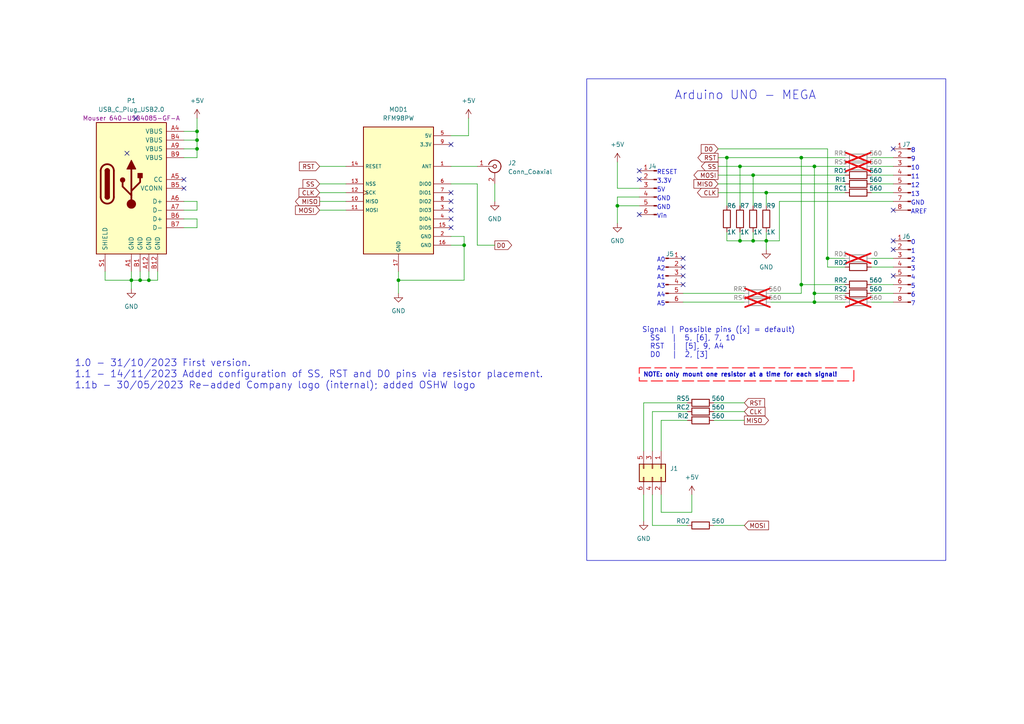
<source format=kicad_sch>
(kicad_sch (version 20231120) (generator "eeschema") (generator_version "8.0")
  (paper "A4")
  (title_block (title "ApogeoShield") (date "2023-11-14") (rev "1.1") (company "Apogeo Space") (comment 1 "By GiMMan"))
  (lib_symbols
    (symbol "Connector:Conn_01x06_Pin" (pin_names (offset 1.016) hide)
      (property "Reference" "J" (at 0 7.62 0))
      (property "Value" "Conn_01x06_Pin" (at 0 -10.16 0))
      (symbol "Conn_01x06_Pin_1_1"
        (polyline (pts (xy 1.27 -7.62) (xy 0.8636 -7.62)) (stroke (width 0.1524)))
        (polyline (pts (xy 1.27 -5.08) (xy 0.8636 -5.08)) (stroke (width 0.1524)))
        (polyline (pts (xy 1.27 -2.54) (xy 0.8636 -2.54)) (stroke (width 0.1524)))
        (polyline (pts (xy 1.27 0) (xy 0.8636 0)) (stroke (width 0.1524)))
        (polyline (pts (xy 1.27 2.54) (xy 0.8636 2.54)) (stroke (width 0.1524)))
        (polyline (pts (xy 1.27 5.08) (xy 0.8636 5.08)) (stroke (width 0.1524)))
        (rectangle (start 0.8636 -7.493) (end 0 -7.747) (stroke (width 0.1524)) (fill (type outline)))
        (rectangle (start 0.8636 -4.953) (end 0 -5.207) (stroke (width 0.1524)) (fill (type outline)))
        (rectangle (start 0.8636 -2.413) (end 0 -2.667) (stroke (width 0.1524)) (fill (type outline)))
        (rectangle (start 0.8636 0.127) (end 0 -0.127) (stroke (width 0.1524)) (fill (type outline)))
        (rectangle (start 0.8636 2.667) (end 0 2.413) (stroke (width 0.1524)) (fill (type outline)))
        (rectangle (start 0.8636 5.207) (end 0 4.953) (stroke (width 0.1524)) (fill (type outline)))
        (pin passive line (at 5.08 5.08 180) (length 3.81) (name "Pin_1") (number "1"))
        (pin passive line (at 5.08 2.54 180) (length 3.81) (name "Pin_2") (number "2"))
        (pin passive line (at 5.08 0 180) (length 3.81) (name "Pin_3") (number "3"))
        (pin passive line (at 5.08 -2.54 180) (length 3.81) (name "Pin_4") (number "4"))
        (pin passive line (at 5.08 -5.08 180) (length 3.81) (name "Pin_5") (number "5"))
        (pin passive line (at 5.08 -7.62 180) (length 3.81) (name "Pin_6") (number "6"))
      )
    )
    (symbol "Connector:Conn_01x08_Pin" (pin_names (offset 1.016) hide)
      (property "Reference" "J" (at 0 10.16 0))
      (property "Value" "Conn_01x08_Pin" (at 0 -12.7 0))
      (symbol "Conn_01x08_Pin_1_1"
        (polyline (pts (xy 1.27 -10.16) (xy 0.8636 -10.16)) (stroke (width 0.1524)))
        (polyline (pts (xy 1.27 -7.62) (xy 0.8636 -7.62)) (stroke (width 0.1524)))
        (polyline (pts (xy 1.27 -5.08) (xy 0.8636 -5.08)) (stroke (width 0.1524)))
        (polyline (pts (xy 1.27 -2.54) (xy 0.8636 -2.54)) (stroke (width 0.1524)))
        (polyline (pts (xy 1.27 0) (xy 0.8636 0)) (stroke (width 0.1524)))
        (polyline (pts (xy 1.27 2.54) (xy 0.8636 2.54)) (stroke (width 0.1524)))
        (polyline (pts (xy 1.27 5.08) (xy 0.8636 5.08)) (stroke (width 0.1524)))
        (polyline (pts (xy 1.27 7.62) (xy 0.8636 7.62)) (stroke (width 0.1524)))
        (rectangle (start 0.8636 -10.033) (end 0 -10.287) (stroke (width 0.1524)) (fill (type outline)))
        (rectangle (start 0.8636 -7.493) (end 0 -7.747) (stroke (width 0.1524)) (fill (type outline)))
        (rectangle (start 0.8636 -4.953) (end 0 -5.207) (stroke (width 0.1524)) (fill (type outline)))
        (rectangle (start 0.8636 -2.413) (end 0 -2.667) (stroke (width 0.1524)) (fill (type outline)))
        (rectangle (start 0.8636 0.127) (end 0 -0.127) (stroke (width 0.1524)) (fill (type outline)))
        (rectangle (start 0.8636 2.667) (end 0 2.413) (stroke (width 0.1524)) (fill (type outline)))
        (rectangle (start 0.8636 5.207) (end 0 4.953) (stroke (width 0.1524)) (fill (type outline)))
        (rectangle (start 0.8636 7.747) (end 0 7.493) (stroke (width 0.1524)) (fill (type outline)))
        (pin passive line (at 5.08 7.62 180) (length 3.81) (name "Pin_1") (number "1"))
        (pin passive line (at 5.08 5.08 180) (length 3.81) (name "Pin_2") (number "2"))
        (pin passive line (at 5.08 2.54 180) (length 3.81) (name "Pin_3") (number "3"))
        (pin passive line (at 5.08 0 180) (length 3.81) (name "Pin_4") (number "4"))
        (pin passive line (at 5.08 -2.54 180) (length 3.81) (name "Pin_5") (number "5"))
        (pin passive line (at 5.08 -5.08 180) (length 3.81) (name "Pin_6") (number "6"))
        (pin passive line (at 5.08 -7.62 180) (length 3.81) (name "Pin_7") (number "7"))
        (pin passive line (at 5.08 -10.16 180) (length 3.81) (name "Pin_8") (number "8"))
      )
    )
    (symbol "Connector:Conn_Coaxial" (pin_names (offset 1.016) hide)
      (property "Reference" "J" (at 0.254 3.048 0))
      (property "Value" "Conn_Coaxial" (at 2.921 0 90))
      (symbol "Conn_Coaxial_0_1"
        (arc (start -1.778 -0.508) (mid 0.2311 -1.8066) (end 1.778 0) (stroke (width 0.254)))
        (polyline (pts (xy -2.54 0) (xy -0.508 0)))
        (polyline (pts (xy 0 -2.54) (xy 0 -1.778)))
        (circle (center 0 0) (radius 0.508) (stroke (width 0.2032)))
        (arc (start 1.778 0) (mid 0.2099 1.8101) (end -1.778 0.508) (stroke (width 0.254)))
      )
      (symbol "Conn_Coaxial_1_1"
        (pin passive line (at -5.08 0 0) (length 2.54) (name "In") (number "1"))
        (pin passive line (at 0 -5.08 90) (length 2.54) (name "Ext") (number "2"))
      )
    )
    (symbol "Connector_Generic:Conn_02x03_Odd_Even" (pin_names (offset 1.016) hide)
      (property "Reference" "J" (at 1.27 5.08 0))
      (property "Value" "Conn_02x03_Odd_Even" (at 1.27 -5.08 0))
      (symbol "Conn_02x03_Odd_Even_1_1"
        (rectangle (start -1.27 -2.413) (end 0 -2.667) (stroke (width 0.1524)))
        (rectangle (start -1.27 0.127) (end 0 -0.127) (stroke (width 0.1524)))
        (rectangle (start -1.27 2.667) (end 0 2.413) (stroke (width 0.1524)))
        (rectangle (start -1.27 3.81) (end 3.81 -3.81) (stroke (width 0.254)) (fill (type background)))
        (rectangle (start 3.81 -2.413) (end 2.54 -2.667) (stroke (width 0.1524)))
        (rectangle (start 3.81 0.127) (end 2.54 -0.127) (stroke (width 0.1524)))
        (rectangle (start 3.81 2.667) (end 2.54 2.413) (stroke (width 0.1524)))
        (pin passive line (at -5.08 2.54 0) (length 3.81) (name "Pin_1") (number "1"))
        (pin passive line (at 7.62 2.54 180) (length 3.81) (name "Pin_2") (number "2"))
        (pin passive line (at -5.08 0 0) (length 3.81) (name "Pin_3") (number "3"))
        (pin passive line (at 7.62 0 180) (length 3.81) (name "Pin_4") (number "4"))
        (pin passive line (at -5.08 -2.54 0) (length 3.81) (name "Pin_5") (number "5"))
        (pin passive line (at 7.62 -2.54 180) (length 3.81) (name "Pin_6") (number "6"))
      )
    )
    (symbol "Device:R" (pin_numbers hide) (pin_names (offset 0))
      (property "Reference" "R" (at 2.032 0 90))
      (property "Value" "R" (at 0 0 90))
      (symbol "R_0_1"
        (rectangle (start -1.016 -2.54) (end 1.016 2.54) (stroke (width 0.254)))
      )
      (symbol "R_1_1"
        (pin passive line (at 0 3.81 270) (length 1.27) (name "~") (number "1"))
        (pin passive line (at 0 -3.81 90) (length 1.27) (name "~") (number "2"))
      )
    )
    (symbol "power:+5V" (power) (pin_names (offset 0))
      (property "Value" "+5V" (at 0 3.556 0))
      (symbol "+5V_0_1"
        (polyline (pts (xy -0.762 1.27) (xy 0 2.54)))
        (polyline (pts (xy 0 0) (xy 0 2.54)))
        (polyline (pts (xy 0 2.54) (xy 0.762 1.27)))
      )
      (symbol "+5V_1_1"
        (pin power_in line (at 0 0 90) (length 0) hide (name "+5V") (number "1"))
      )
    )
    (symbol "power:GND" (power) (pin_names (offset 0))
      (property "Value" "GND" (at 0 -3.81 0))
      (symbol "GND_0_1"
        (polyline (pts (xy 0 0) (xy 0 -1.27) (xy 1.27 -1.27) (xy 0 -2.54) (xy -1.27 -1.27) (xy 0 -1.27)))
      )
      (symbol "GND_1_1"
        (pin power_in line (at 0 0 270) (length 0) hide (name "GND") (number "1"))
      )
    )
    (symbol "rfm98pw:RFM98PW"
      (property "Reference" "MOD2" (at 10.16 38.1 0))
      (property "Value" "RFM98PW" (at 10.16 35.56 0))
      (symbol "RFM98PW_0_0"
        (rectangle (start 0 36.83) (end 20.32 0) (stroke (width 0.254)) (fill (type background)))
        (pin bidirectional line (at 25.4 25.4 180) (length 5.08) (name "ANT") (number "1"))
        (pin output line (at -5.08 15.24 0) (length 5.08) (name "MISO") (number "10"))
        (pin input line (at -5.08 12.7 0) (length 5.08) (name "MOSI") (number "11"))
        (pin input clock (at -5.08 17.78 0) (length 5.08) (name "SCK") (number "12"))
        (pin input line (at -5.08 20.32 0) (length 5.08) (name "NSS") (number "13"))
        (pin bidirectional line (at -5.08 25.4 0) (length 5.08) (name "RESET") (number "14"))
        (pin bidirectional line (at 25.4 7.62 180) (length 5.08) (name "DIO5") (number "15"))
        (pin power_in line (at 25.4 2.54 180) (length 5.08) (name "GND") (number "16"))
        (pin power_in line (at 10.16 -5.08 90) (length 5.08) (name "GND") (number "17"))
        (pin power_in line (at 25.4 5.08 180) (length 5.08) (name "GND") (number "2"))
        (pin bidirectional line (at 25.4 12.7 180) (length 5.08) (name "DIO3") (number "3"))
        (pin bidirectional line (at 25.4 10.16 180) (length 5.08) (name "DIO4") (number "4"))
        (pin power_in line (at 25.4 34.29 180) (length 5.08) (name "5V") (number "5"))
        (pin bidirectional line (at 25.4 20.32 180) (length 5.08) (name "DIO0") (number "6"))
        (pin bidirectional line (at 25.4 17.78 180) (length 5.08) (name "DIO1") (number "7"))
        (pin bidirectional line (at 25.4 15.24 180) (length 5.08) (name "DIO2") (number "8"))
        (pin power_out line (at 25.4 31.75 180) (length 5.08) (name "3.3V") (number "9"))
      )
    )
    (symbol "usb_c_plug_usb2.0:USB_C_Plug_USB2.0" (pin_names (offset 1.016))
      (property "Reference" "P" (at -10.16 19.05 0))
      (property "Value" "USB_C_Plug_USB2.0" (at 12.7 19.05 0))
      (symbol "USB_C_Plug_USB2.0_0_1"
        (rectangle (start -10.16 17.78) (end 10.16 -20.32) (stroke (width 0.254)) (fill (type background)))
        (arc (start -8.89 -3.81) (mid -6.985 -5.7067) (end -5.08 -3.81) (stroke (width 0.508)))
        (arc (start -7.62 -3.81) (mid -6.985 -4.4423) (end -6.35 -3.81) (stroke (width 0.254)))
        (arc (start -7.62 -3.81) (mid -6.985 -4.4423) (end -6.35 -3.81) (stroke (width 0.254)) (fill (type outline)))
        (rectangle (start -7.62 -3.81) (end -6.35 3.81) (stroke (width 0.254)) (fill (type outline)))
        (arc (start -6.35 3.81) (mid -6.985 4.4423) (end -7.62 3.81) (stroke (width 0.254)))
        (arc (start -6.35 3.81) (mid -6.985 4.4423) (end -7.62 3.81) (stroke (width 0.254)) (fill (type outline)))
        (arc (start -5.08 3.81) (mid -6.985 5.7067) (end -8.89 3.81) (stroke (width 0.508)))
        (circle (center -2.54 1.143) (radius 0.635) (stroke (width 0.254)) (fill (type outline)))
        (circle (center 0 -5.842) (radius 1.27) (fill (type outline)))
        (polyline (pts (xy -8.89 -3.81) (xy -8.89 3.81)) (stroke (width 0.508)))
        (polyline (pts (xy -5.08 3.81) (xy -5.08 -3.81)) (stroke (width 0.508)))
        (polyline (pts (xy 0 -5.842) (xy 0 4.318)) (stroke (width 0.508)))
        (polyline (pts (xy 0 -3.302) (xy -2.54 -0.762) (xy -2.54 0.508)) (stroke (width 0.508)))
        (polyline (pts (xy 0 -2.032) (xy 2.54 0.508) (xy 2.54 1.778)) (stroke (width 0.508)))
        (polyline (pts (xy -1.27 4.318) (xy 0 6.858) (xy 1.27 4.318) (xy -1.27 4.318)) (stroke (width 0.254)) (fill (type outline)))
        (rectangle (start 1.905 1.778) (end 3.175 3.048) (stroke (width 0.254)) (fill (type outline)))
      )
      (symbol "USB_C_Plug_USB2.0_1_1"
        (pin passive line (at 0 -25.4 90) (length 5.08) (name "GND") (number "A1"))
        (pin passive line (at 5.08 -25.4 90) (length 5.08) (name "GND") (number "A12"))
        (pin passive line (at 15.24 15.24 180) (length 5.08) (name "VBUS") (number "A4"))
        (pin bidirectional line (at 15.24 1.27 180) (length 5.08) (name "CC") (number "A5"))
        (pin bidirectional line (at 15.24 -5.08 180) (length 5.08) (name "D+") (number "A6"))
        (pin bidirectional line (at 15.24 -7.62 180) (length 5.08) (name "D-") (number "A7"))
        (pin passive line (at 15.24 10.16 180) (length 5.08) (name "VBUS") (number "A9"))
        (pin passive line (at 2.54 -25.4 90) (length 5.08) (name "GND") (number "B1"))
        (pin passive line (at 7.62 -25.4 90) (length 5.08) (name "GND") (number "B12"))
        (pin passive line (at 15.24 12.7 180) (length 5.08) (name "VBUS") (number "B4"))
        (pin bidirectional line (at 15.24 -1.27 180) (length 5.08) (name "VCONN") (number "B5"))
        (pin bidirectional line (at 15.24 -10.16 180) (length 5.08) (name "D+") (number "B6"))
        (pin bidirectional line (at 15.24 -12.7 180) (length 5.08) (name "D-") (number "B7"))
        (pin passive line (at 15.24 7.62 180) (length 5.08) (name "VBUS") (number "B9"))
        (pin passive line (at -7.62 -25.4 90) (length 5.08) (name "SHIELD") (number "S1"))
      )
    )
  )
  (junction (at 214.63 69.85))
  (junction (at 232.41 45.72))
  (junction (at 232.41 82.55))
  (junction (at 236.22 85.09))
  (junction (at 38.1 81.28))
  (junction (at 236.22 87.63))
  (junction (at 222.25 55.88))
  (junction (at 40.64 81.28))
  (junction (at 210.82 45.72))
  (junction (at 218.44 50.8))
  (junction (at 240.03 74.93))
  (junction (at 214.63 48.26))
  (junction (at 115.57 81.28))
  (junction (at 134.62 71.12))
  (junction (at 57.15 38.1))
  (junction (at 222.25 69.85))
  (junction (at 57.15 43.18))
  (junction (at 57.15 40.64))
  (junction (at 179.07 59.69))
  (junction (at 43.18 81.28))
  (junction (at 236.22 48.26))
  (junction (at 218.44 69.85))
  (no_connect (at 130.81 60.96))
  (no_connect (at 39.37 34.29))
  (no_connect (at 198.12 82.55))
  (no_connect (at 130.81 63.5))
  (no_connect (at 36.83 44.45))
  (no_connect (at 259.08 43.18))
  (no_connect (at 259.08 72.39))
  (no_connect (at 259.08 60.96))
  (no_connect (at 130.81 55.88))
  (no_connect (at 198.12 80.01))
  (no_connect (at 185.42 49.53))
  (no_connect (at 259.08 80.01))
  (no_connect (at 130.81 58.42))
  (no_connect (at 130.81 41.91))
  (no_connect (at 185.42 52.07))
  (no_connect (at 198.12 74.93))
  (no_connect (at 130.81 66.04))
  (no_connect (at 259.08 69.85))
  (no_connect (at 53.34 52.07))
  (no_connect (at 185.42 62.23))
  (no_connect (at 198.12 77.47))
  (no_connect (at 53.34 54.61))
  (wire (pts (xy 57.15 63.5) (xy 57.15 66.04)))
  (wire (pts (xy 92.71 60.96) (xy 100.33 60.96)))
  (wire (pts (xy 210.82 69.85) (xy 210.82 67.31)))
  (wire (pts (xy 92.71 48.26) (xy 100.33 48.26)))
  (wire (pts (xy 218.44 50.8) (xy 245.11 50.8)))
  (wire (pts (xy 134.62 81.28) (xy 134.62 71.12)))
  (wire (pts (xy 186.69 116.84) (xy 186.69 130.81)))
  (wire (pts (xy 232.41 45.72) (xy 232.41 82.55)))
  (wire (pts (xy 207.01 152.4) (xy 215.9 152.4)))
  (wire (pts (xy 223.52 85.09) (xy 232.41 85.09)))
  (wire (pts (xy 252.73 87.63) (xy 259.08 87.63)))
  (wire (pts (xy 57.15 60.96) (xy 53.34 60.96)))
  (wire (pts (xy 191.77 143.51) (xy 191.77 148.59)))
  (wire (pts (xy 232.41 82.55) (xy 232.41 85.09)))
  (wire (pts (xy 53.34 43.18) (xy 57.15 43.18)))
  (wire (pts (xy 53.34 58.42) (xy 57.15 58.42)))
  (wire (pts (xy 38.1 81.28) (xy 38.1 83.82)))
  (wire (pts (xy 53.34 38.1) (xy 57.15 38.1)))
  (wire (pts (xy 218.44 67.31) (xy 218.44 69.85)))
  (wire (pts (xy 207.01 121.92) (xy 215.9 121.92)))
  (wire (pts (xy 189.23 119.38) (xy 189.23 130.81)))
  (wire (pts (xy 226.06 69.85) (xy 222.25 69.85)))
  (wire (pts (xy 252.73 53.34) (xy 259.08 53.34)))
  (wire (pts (xy 214.63 67.31) (xy 214.63 69.85)))
  (wire (pts (xy 179.07 59.69) (xy 179.07 64.77)))
  (wire (pts (xy 208.28 53.34) (xy 245.11 53.34)))
  (wire (pts (xy 179.07 59.69) (xy 185.42 59.69)))
  (wire (pts (xy 210.82 45.72) (xy 210.82 59.69)))
  (wire (pts (xy 43.18 81.28) (xy 45.72 81.28)))
  (wire (pts (xy 38.1 78.74) (xy 38.1 81.28)))
  (wire (pts (xy 53.34 45.72) (xy 57.15 45.72)))
  (wire (pts (xy 252.73 74.93) (xy 259.08 74.93)))
  (wire (pts (xy 207.01 116.84) (xy 215.9 116.84)))
  (wire (pts (xy 53.34 63.5) (xy 57.15 63.5)))
  (wire (pts (xy 40.64 81.28) (xy 40.64 78.74)))
  (wire (pts (xy 115.57 81.28) (xy 115.57 85.09)))
  (wire (pts (xy 240.03 74.93) (xy 240.03 77.47)))
  (wire (pts (xy 40.64 81.28) (xy 43.18 81.28)))
  (wire (pts (xy 115.57 78.74) (xy 115.57 81.28)))
  (wire (pts (xy 214.63 48.26) (xy 214.63 59.69)))
  (wire (pts (xy 115.57 81.28) (xy 134.62 81.28)))
  (wire (pts (xy 57.15 43.18) (xy 57.15 40.64)))
  (wire (pts (xy 130.81 53.34) (xy 138.43 53.34)))
  (wire (pts (xy 57.15 38.1) (xy 57.15 34.29)))
  (wire (pts (xy 236.22 85.09) (xy 245.11 85.09)))
  (wire (pts (xy 222.25 69.85) (xy 222.25 72.39)))
  (wire (pts (xy 191.77 148.59) (xy 200.66 148.59)))
  (wire (pts (xy 236.22 87.63) (xy 245.11 87.63)))
  (wire (pts (xy 252.73 45.72) (xy 259.08 45.72)))
  (wire (pts (xy 210.82 45.72) (xy 232.41 45.72)))
  (wire (pts (xy 236.22 85.09) (xy 236.22 87.63)))
  (wire (pts (xy 38.1 81.28) (xy 40.64 81.28)))
  (wire (pts (xy 232.41 45.72) (xy 245.11 45.72)))
  (wire (pts (xy 57.15 40.64) (xy 57.15 38.1)))
  (wire (pts (xy 135.89 39.37) (xy 130.81 39.37)))
  (wire (pts (xy 191.77 130.81) (xy 191.77 121.92)))
  (wire (pts (xy 185.42 54.61) (xy 179.07 54.61)))
  (wire (pts (xy 57.15 66.04) (xy 53.34 66.04)))
  (wire (pts (xy 130.81 48.26) (xy 138.43 48.26)))
  (wire (pts (xy 186.69 143.51) (xy 186.69 151.13)))
  (wire (pts (xy 240.03 74.93) (xy 245.11 74.93)))
  (wire (pts (xy 199.39 116.84) (xy 186.69 116.84)))
  (wire (pts (xy 240.03 43.18) (xy 240.03 74.93)))
  (wire (pts (xy 179.07 57.15) (xy 179.07 59.69)))
  (wire (pts (xy 199.39 119.38) (xy 189.23 119.38)))
  (wire (pts (xy 208.28 48.26) (xy 214.63 48.26)))
  (wire (pts (xy 207.01 119.38) (xy 215.9 119.38)))
  (wire (pts (xy 53.34 40.64) (xy 57.15 40.64)))
  (wire (pts (xy 43.18 81.28) (xy 43.18 78.74)))
  (wire (pts (xy 45.72 81.28) (xy 45.72 78.74)))
  (wire (pts (xy 200.66 148.59) (xy 200.66 143.51)))
  (wire (pts (xy 252.73 82.55) (xy 259.08 82.55)))
  (wire (pts (xy 252.73 77.47) (xy 259.08 77.47)))
  (wire (pts (xy 236.22 48.26) (xy 236.22 85.09)))
  (wire (pts (xy 252.73 85.09) (xy 259.08 85.09)))
  (wire (pts (xy 57.15 45.72) (xy 57.15 43.18)))
  (wire (pts (xy 252.73 50.8) (xy 259.08 50.8)))
  (wire (pts (xy 38.1 81.28) (xy 30.48 81.28)))
  (wire (pts (xy 198.12 87.63) (xy 215.9 87.63)))
  (wire (pts (xy 208.28 43.18) (xy 240.03 43.18)))
  (wire (pts (xy 189.23 152.4) (xy 199.39 152.4)))
  (wire (pts (xy 236.22 48.26) (xy 245.11 48.26)))
  (wire (pts (xy 222.25 69.85) (xy 218.44 69.85)))
  (wire (pts (xy 92.71 55.88) (xy 100.33 55.88)))
  (wire (pts (xy 222.25 55.88) (xy 222.25 59.69)))
  (wire (pts (xy 214.63 69.85) (xy 218.44 69.85)))
  (wire (pts (xy 57.15 58.42) (xy 57.15 60.96)))
  (wire (pts (xy 138.43 53.34) (xy 138.43 71.12)))
  (wire (pts (xy 226.06 58.42) (xy 226.06 69.85)))
  (wire (pts (xy 143.51 53.34) (xy 143.51 58.42)))
  (wire (pts (xy 179.07 54.61) (xy 179.07 46.99)))
  (wire (pts (xy 191.77 121.92) (xy 199.39 121.92)))
  (wire (pts (xy 214.63 48.26) (xy 236.22 48.26)))
  (wire (pts (xy 134.62 68.58) (xy 134.62 71.12)))
  (wire (pts (xy 135.89 34.29) (xy 135.89 39.37)))
  (wire (pts (xy 245.11 77.47) (xy 240.03 77.47)))
  (wire (pts (xy 223.52 87.63) (xy 236.22 87.63)))
  (wire (pts (xy 252.73 55.88) (xy 259.08 55.88)))
  (wire (pts (xy 208.28 50.8) (xy 218.44 50.8)))
  (wire (pts (xy 210.82 69.85) (xy 214.63 69.85)))
  (wire (pts (xy 189.23 143.51) (xy 189.23 152.4)))
  (wire (pts (xy 92.71 58.42) (xy 100.33 58.42)))
  (wire (pts (xy 232.41 82.55) (xy 245.11 82.55)))
  (wire (pts (xy 92.71 53.34) (xy 100.33 53.34)))
  (wire (pts (xy 208.28 55.88) (xy 222.25 55.88)))
  (wire (pts (xy 226.06 58.42) (xy 259.08 58.42)))
  (wire (pts (xy 218.44 50.8) (xy 218.44 59.69)))
  (wire (pts (xy 185.42 57.15) (xy 179.07 57.15)))
  (wire (pts (xy 222.25 67.31) (xy 222.25 69.85)))
  (wire (pts (xy 130.81 68.58) (xy 134.62 68.58)))
  (wire (pts (xy 208.28 45.72) (xy 210.82 45.72)))
  (wire (pts (xy 198.12 85.09) (xy 215.9 85.09)))
  (wire (pts (xy 134.62 71.12) (xy 130.81 71.12)))
  (wire (pts (xy 138.43 71.12) (xy 143.51 71.12)))
  (wire (pts (xy 30.48 81.28) (xy 30.48 78.74)))
  (wire (pts (xy 252.73 48.26) (xy 259.08 48.26)))
  (wire (pts (xy 222.25 55.88) (xy 245.11 55.88)))
  (rectangle (start 170.18 22.86) (end 274.32 162.56))
  (text_box "NOTE: only mount one resistor at a time for each signal!" (at 185.42 106.68 0) (size 62.23 3.81) (stroke (width 0.3) (type dash) (color 255 44 53 1)) (effects (font (size 1.27 1.27) (thickness 0.254) (bold yes)) (justify left top)))
  (text "5V" (at 190.5 55.88 0) (effects (font (size 1.27 1.27)) (justify left bottom)))
  (text "A5" (at 190.5 88.9 0) (effects (font (size 1.27 1.27)) (justify left bottom)))
  (text "0" (at 264.16 71.12 0) (effects (font (size 1.27 1.27)) (justify left bottom)))
  (text "Vin" (at 190.5 63.5 0) (effects (font (size 1.27 1.27)) (justify left bottom)))
  (text "13" (at 264.16 57.15 0) (effects (font (size 1.27 1.27)) (justify left bottom)))
  (text "1" (at 264.16 73.66 0) (effects (font (size 1.27 1.27)) (justify left bottom)))
  (text "3.3V" (at 190.5 53.34 0) (effects (font (size 1.27 1.27)) (justify left bottom)))
  (text "A1" (at 190.5 81.28 0) (effects (font (size 1.27 1.27)) (justify left bottom)))
  (text "Arduino UNO - MEGA" (at 195.58 29.21 0) (effects (font (size 2.54 2.54)) (justify left bottom)))
  (text "A3" (at 190.5 83.82 0) (effects (font (size 1.27 1.27)) (justify left bottom)))
  (text "7" (at 264.16 88.9 0) (effects (font (size 1.27 1.27)) (justify left bottom)))
  (text "5" (at 264.16 83.82 0) (effects (font (size 1.27 1.27)) (justify left bottom)))
  (text "GND" (at 190.5 58.42 0) (effects (font (size 1.27 1.27)) (justify left bottom)))
  (text "A4" (at 190.5 86.36 0) (effects (font (size 1.27 1.27)) (justify left bottom)))
  (text "Signal | Possible pins ([x] = default)\n  SS   |  5, [6], 7, 10\n  RST  |  [5], 9, A4\n  D0   |  2, [3]" (at 186.182 103.886 0) (effects (font (size 1.5 1.5)) (justify left bottom)))
  (text "RESET" (at 190.5 50.8 0) (effects (font (size 1.27 1.27)) (justify left bottom)))
  (text "8" (at 264.16 44.45 0) (effects (font (size 1.27 1.27)) (justify left bottom)))
  (text "A0" (at 190.5 76.2 0) (effects (font (size 1.27 1.27)) (justify left bottom)))
  (text "GND" (at 264.16 59.69 0) (effects (font (size 1.27 1.27)) (justify left bottom)))
  (text "12" (at 264.16 54.61 0) (effects (font (size 1.27 1.27)) (justify left bottom)))
  (text "3" (at 264.16 78.74 0) (effects (font (size 1.27 1.27)) (justify left bottom)))
  (text "2" (at 264.16 76.2 0) (effects (font (size 1.27 1.27)) (justify left bottom)))
  (text "11" (at 264.16 52.07 0) (effects (font (size 1.27 1.27)) (justify left bottom)))
  (text "9" (at 264.16 46.99 0) (effects (font (size 1.27 1.27)) (justify left bottom)))
  (text "4" (at 264.16 81.28 0) (effects (font (size 1.27 1.27)) (justify left bottom)))
  (text "10" (at 264.16 49.53 0) (effects (font (size 1.27 1.27)) (justify left bottom)))
  (text "A2" (at 190.5 78.74 0) (effects (font (size 1.27 1.27)) (justify left bottom)))
  (text "AREF\n" (at 264.16 62.23 0) (effects (font (size 1.27 1.27)) (justify left bottom)))
  (text "GND" (at 190.5 60.96 0) (effects (font (size 1.27 1.27)) (justify left bottom)))
  (text "1.0 - 31/10/2023 First version.\n1.1 - 14/11/2023 Added configuration of SS, RST and D0 pins via resistor placement.\n1.1b - 30/05/2023 Re-added Company logo (internal); added OSHW logo" (at 21.59 113.03 0) (effects (font (size 2 2)) (justify left bottom)))
  (text "6" (at 264.16 86.36 0) (effects (font (size 1.27 1.27)) (justify left bottom)))
  (global_label "RST" (shape output) (at 208.28 45.72 180) (property "Intersheetrefs" "${INTERSHEET_REFS}" (effects (hide yes))))
  (global_label "RST" (shape input) (at 92.71 48.26 180) (property "Intersheetrefs" "${INTERSHEET_REFS}" (effects (hide yes))))
  (global_label "MISO" (shape input) (at 208.28 53.34 180) (property "Intersheetrefs" "${INTERSHEET_REFS}" (effects (hide yes))))
  (global_label "CLK" (shape input) (at 215.9 119.38 0) (property "Intersheetrefs" "${INTERSHEET_REFS}" (effects (hide yes))))
  (global_label "RST" (shape input) (at 215.9 116.84 0) (property "Intersheetrefs" "${INTERSHEET_REFS}" (effects (hide yes))))
  (global_label "SS" (shape output) (at 208.28 48.26 180) (property "Intersheetrefs" "${INTERSHEET_REFS}" (effects (hide yes))))
  (global_label "CLK" (shape output) (at 208.28 55.88 180) (property "Intersheetrefs" "${INTERSHEET_REFS}" (effects (hide yes))))
  (global_label "CLK" (shape input) (at 92.71 55.88 180) (property "Intersheetrefs" "${INTERSHEET_REFS}" (effects (hide yes))))
  (global_label "MOSI" (shape input) (at 92.71 60.96 180) (property "Intersheetrefs" "${INTERSHEET_REFS}" (effects (hide yes))))
  (global_label "MOSI" (shape input) (at 215.9 152.4 0) (property "Intersheetrefs" "${INTERSHEET_REFS}" (effects (hide yes))))
  (global_label "D0" (shape output) (at 143.51 71.12 0) (property "Intersheetrefs" "${INTERSHEET_REFS}" (effects (hide yes))))
  (global_label "D0" (shape input) (at 208.28 43.18 180) (property "Intersheetrefs" "${INTERSHEET_REFS}" (effects (hide yes))))
  (global_label "MISO" (shape output) (at 92.71 58.42 180) (property "Intersheetrefs" "${INTERSHEET_REFS}" (effects (hide yes))))
  (global_label "MISO" (shape output) (at 215.9 121.92 0) (property "Intersheetrefs" "${INTERSHEET_REFS}" (effects (hide yes))))
  (global_label "SS" (shape input) (at 92.71 53.34 180) (property "Intersheetrefs" "${INTERSHEET_REFS}" (effects (hide yes))))
  (global_label "MOSI" (shape output) (at 208.28 50.8 180) (property "Intersheetrefs" "${INTERSHEET_REFS}" (effects (hide yes))))
  (symbol (lib_id "power:+5V") (at 200.66 143.51 0) (unit 1)
    (property "Reference" "#PWR03" (effects (hide yes)))
    (property "Value" "+5V" (at 200.66 138.43 0))
  )
  (symbol (lib_id "Device:R") (at 219.71 87.63 90) (unit 1) (in_bom no) (dnp yes)
    (property "Reference" "RS4" (at 214.63 86.36 90))
    (property "Value" "560" (at 224.79 86.36 90))
    (property "Footprint" "Resistor_SMD:R_1206_3216Metric_Pad1.30x1.75mm_HandSolder" (effects (hide yes)))
  )
  (symbol (lib_id "Device:R") (at 248.92 82.55 90) (unit 1)
    (property "Reference" "RR2" (at 243.84 81.28 90))
    (property "Value" "560" (at 254 81.28 90))
    (property "Footprint" "Resistor_SMD:R_1206_3216Metric_Pad1.30x1.75mm_HandSolder" (effects (hide yes)))
  )
  (symbol (lib_id "Device:R") (at 203.2 121.92 90) (unit 1)
    (property "Reference" "RI2" (at 198.12 120.65 90))
    (property "Value" "560" (at 208.28 120.65 90))
    (property "Footprint" "Resistor_SMD:R_1206_3216Metric_Pad1.30x1.75mm_HandSolder" (effects (hide yes)))
  )
  (symbol (lib_id "power:+5V") (at 135.89 34.29 0) (unit 1)
    (property "Reference" "#PWR06" (effects (hide yes)))
    (property "Value" "+5V" (at 135.89 29.21 0))
  )
  (symbol (lib_id "Device:R") (at 210.82 63.5 0) (unit 1)
    (property "Reference" "R6" (at 210.82 59.69 0) (effects (justify left)))
    (property "Value" "1K" (at 210.82 67.31 0) (effects (justify left)))
    (property "Footprint" "Resistor_SMD:R_1206_3216Metric_Pad1.30x1.75mm_HandSolder" (effects (hide yes)))
  )
  (symbol (lib_id "Device:R") (at 203.2 152.4 90) (unit 1)
    (property "Reference" "RO2" (at 198.12 151.13 90))
    (property "Value" "560" (at 208.28 151.13 90))
    (property "Footprint" "Resistor_SMD:R_1206_3216Metric_Pad1.30x1.75mm_HandSolder" (effects (hide yes)))
  )
  (symbol (lib_id "power:GND") (at 179.07 64.77 0) (unit 1)
    (property "Reference" "#PWR08" (effects (hide yes)))
    (property "Value" "GND" (at 179.07 69.85 0))
  )
  (symbol (lib_id "Connector:Conn_01x08_Pin") (at 264.16 50.8 0) (mirror y) (unit 1)
    (property "Reference" "J7" (at 262.89 41.91 0))
    (property "Value" "Conn_01x08_Pin" (effects (hide yes)))
    (property "Footprint" "Connector_PinHeader_2.54mm:PinHeader_1x08_P2.54mm_Vertical" (effects (hide yes)))
  )
  (symbol (lib_id "rfm98pw:RFM98PW") (at 105.41 73.66 0) (unit 1)
    (property "Reference" "MOD1" (at 115.57 31.75 0))
    (property "Value" "RFM98PW" (at 115.57 34.29 0))
    (property "Footprint" "Acies:XCVR_RFM98PW" (effects (hide yes)))
  )
  (symbol (lib_id "Device:R") (at 248.92 55.88 270) (unit 1)
    (property "Reference" "RC1" (at 243.84 54.61 90))
    (property "Value" "560" (at 254 54.61 90))
    (property "Footprint" "Resistor_SMD:R_1206_3216Metric_Pad1.30x1.75mm_HandSolder" (effects (hide yes)))
  )
  (symbol (lib_id "Device:R") (at 214.63 63.5 0) (unit 1)
    (property "Reference" "R7" (at 214.63 59.69 0) (effects (justify left)))
    (property "Value" "1K" (at 214.63 67.31 0) (effects (justify left)))
    (property "Footprint" "Resistor_SMD:R_1206_3216Metric_Pad1.30x1.75mm_HandSolder" (effects (hide yes)))
  )
  (symbol (lib_id "power:GND") (at 115.57 85.09 0) (unit 1)
    (property "Reference" "#PWR05" (effects (hide yes)))
    (property "Value" "GND" (at 115.57 90.17 0))
  )
  (symbol (lib_id "Device:R") (at 248.92 85.09 90) (unit 1)
    (property "Reference" "RS2" (at 243.84 83.82 90))
    (property "Value" "560" (at 254 83.82 90))
    (property "Footprint" "Resistor_SMD:R_1206_3216Metric_Pad1.30x1.75mm_HandSolder" (effects (hide yes)))
  )
  (symbol (lib_id "power:GND") (at 222.25 72.39 0) (unit 1)
    (property "Reference" "#PWR010" (effects (hide yes)))
    (property "Value" "GND" (at 222.25 77.47 0))
  )
  (symbol (lib_id "Device:R") (at 248.92 50.8 90) (unit 1)
    (property "Reference" "RO1" (at 243.84 49.53 90))
    (property "Value" "560" (at 254 49.53 90))
    (property "Footprint" "Resistor_SMD:R_1206_3216Metric_Pad1.30x1.75mm_HandSolder" (effects (hide yes)))
  )
  (symbol (lib_id "power:GND") (at 143.51 58.42 0) (unit 1)
    (property "Reference" "#PWR07" (effects (hide yes)))
    (property "Value" "GND" (at 143.51 63.5 0))
  )
  (symbol (lib_id "Device:R") (at 248.92 48.26 90) (unit 1) (in_bom no) (dnp yes)
    (property "Reference" "RS1" (at 243.84 46.99 90))
    (property "Value" "560" (at 254 46.99 90))
    (property "Footprint" "Resistor_SMD:R_1206_3216Metric_Pad1.30x1.75mm_HandSolder" (effects (hide yes)))
  )
  (symbol (lib_id "Device:R") (at 219.71 85.09 90) (unit 1) (in_bom no) (dnp yes)
    (property "Reference" "RR3" (at 214.63 83.82 90))
    (property "Value" "560" (at 224.79 83.82 90))
    (property "Footprint" "Resistor_SMD:R_1206_3216Metric_Pad1.30x1.75mm_HandSolder" (effects (hide yes)))
  )
  (symbol (lib_id "power:+5V") (at 57.15 34.29 0) (unit 1)
    (property "Reference" "#PWR01" (effects (hide yes)))
    (property "Value" "+5V" (at 57.15 29.21 0))
  )
  (symbol (lib_id "Device:R") (at 203.2 116.84 90) (unit 1)
    (property "Reference" "RS5" (at 198.12 115.57 90))
    (property "Value" "560" (at 208.28 115.57 90))
    (property "Footprint" "Resistor_SMD:R_1206_3216Metric_Pad1.30x1.75mm_HandSolder" (effects (hide yes)))
  )
  (symbol (lib_id "Device:R") (at 203.2 119.38 270) (unit 1)
    (property "Reference" "RC2" (at 198.12 118.11 90))
    (property "Value" "560" (at 208.28 118.11 90))
    (property "Footprint" "Resistor_SMD:R_1206_3216Metric_Pad1.30x1.75mm_HandSolder" (effects (hide yes)))
  )
  (symbol (lib_id "Device:R") (at 248.92 53.34 90) (unit 1)
    (property "Reference" "RI1" (at 243.84 52.07 90))
    (property "Value" "560" (at 254 52.07 90))
    (property "Footprint" "Resistor_SMD:R_1206_3216Metric_Pad1.30x1.75mm_HandSolder" (effects (hide yes)))
  )
  (symbol (lib_id "Connector_Generic:Conn_02x03_Odd_Even") (at 189.23 135.89 270) (unit 1)
    (property "Reference" "J1" (at 194.31 135.89 90) (effects (justify left)))
    (property "Value" "Conn_02x03_Odd_Even" (effects (hide yes)))
    (property "Footprint" "Connector_PinHeader_2.54mm:PinHeader_2x03_P2.54mm_Vertical" (effects (hide yes)))
  )
  (symbol (lib_id "Device:R") (at 222.25 63.5 0) (unit 1)
    (property "Reference" "R9" (at 222.25 59.69 0) (effects (justify left)))
    (property "Value" "1K" (at 222.25 67.31 0) (effects (justify left)))
    (property "Footprint" "Resistor_SMD:R_1206_3216Metric_Pad1.30x1.75mm_HandSolder" (effects (hide yes)))
  )
  (symbol (lib_id "Connector:Conn_01x06_Pin") (at 193.04 80.01 0) (unit 1)
    (property "Reference" "J5" (at 194.31 73.66 0))
    (property "Value" "Conn_01x06_Pin" (effects (hide yes)))
    (property "Footprint" "Connector_PinHeader_2.54mm:PinHeader_1x06_P2.54mm_Vertical" (effects (hide yes)))
  )
  (symbol (lib_id "Connector:Conn_Coaxial") (at 143.51 48.26 0) (unit 1)
    (property "Reference" "J2" (at 147.32 47.2832 0) (effects (justify left)))
    (property "Value" "Conn_Coaxial" (at 147.32 49.8232 0) (effects (justify left)))
    (property "Footprint" "Amphenol:SMA_Amphenol_901-143_Horizontal" (effects (hide yes)))
    (property "Datasheet" " ~" (effects (hide yes)))
  )
  (symbol (lib_id "usb_c_plug_usb2.0:USB_C_Plug_USB2.0") (at 38.1 53.34 0) (unit 1)
    (property "Reference" "P1" (at 38.1 29.21 0))
    (property "Value" "USB_C_Plug_USB2.0" (at 38.1 31.75 0))
    (property "Footprint" "Connettori_P:USB_C_Receptacle_GCT_USB4085" (effects (hide yes)))
    (property "Datasheet" "https://www.usb.org/sites/default/files/documents/usb_type-c.zip" (effects (hide yes)))
    (property "Description" "Mouser 640-USB4085-GF-A" (at 38.1 34.29 0))
  )
  (symbol (lib_id "Device:R") (at 248.92 45.72 90) (unit 1) (in_bom no) (dnp yes)
    (property "Reference" "RR1" (at 243.84 44.45 90))
    (property "Value" "560" (at 254 44.45 90))
    (property "Footprint" "Resistor_SMD:R_1206_3216Metric_Pad1.30x1.75mm_HandSolder" (effects (hide yes)))
  )
  (symbol (lib_id "power:GND") (at 186.69 151.13 0) (unit 1)
    (property "Reference" "#PWR04" (effects (hide yes)))
    (property "Value" "GND" (at 186.69 156.21 0))
  )
  (symbol (lib_id "power:GND") (at 38.1 83.82 0) (unit 1)
    (property "Reference" "#PWR02" (effects (hide yes)))
    (property "Value" "GND" (at 38.1 88.9 0))
  )
  (symbol (lib_id "Device:R") (at 248.92 74.93 90) (unit 1) (in_bom no) (dnp yes)
    (property "Reference" "RD1" (at 243.84 73.66 90))
    (property "Value" "0" (at 254 73.66 90))
    (property "Footprint" "Resistor_SMD:R_1206_3216Metric_Pad1.30x1.75mm_HandSolder" (effects (hide yes)))
  )
  (symbol (lib_id "Device:R") (at 248.92 87.63 90) (unit 1) (in_bom no) (dnp yes)
    (property "Reference" "RS3" (at 243.84 86.36 90))
    (property "Value" "560" (at 254 86.36 90))
    (property "Footprint" "Resistor_SMD:R_1206_3216Metric_Pad1.30x1.75mm_HandSolder" (effects (hide yes)))
  )
  (symbol (lib_id "power:+5V") (at 179.07 46.99 0) (unit 1)
    (property "Reference" "#PWR09" (effects (hide yes)))
    (property "Value" "+5V" (at 179.07 41.91 0))
  )
  (symbol (lib_id "Connector:Conn_01x06_Pin") (at 190.5 54.61 0) (mirror y) (unit 1)
    (property "Reference" "J4" (at 189.23 48.26 0))
    (property "Value" "Conn_01x06_Pin" (effects (hide yes)))
    (property "Footprint" "Connector_PinHeader_2.54mm:PinHeader_1x06_P2.54mm_Vertical" (effects (hide yes)))
  )
  (symbol (lib_id "Device:R") (at 218.44 63.5 0) (unit 1)
    (property "Reference" "R8" (at 218.44 59.69 0) (effects (justify left)))
    (property "Value" "1K" (at 218.44 67.31 0) (effects (justify left)))
    (property "Footprint" "Resistor_SMD:R_1206_3216Metric_Pad1.30x1.75mm_HandSolder" (effects (hide yes)))
  )
  (symbol (lib_id "Device:R") (at 248.92 77.47 90) (unit 1)
    (property "Reference" "RD2" (at 243.84 76.2 90))
    (property "Value" "0" (at 254 76.2 90))
    (property "Footprint" "Resistor_SMD:R_1206_3216Metric_Pad1.30x1.75mm_HandSolder" (effects (hide yes)))
  )
  (symbol (lib_id "Connector:Conn_01x08_Pin") (at 264.16 77.47 0) (mirror y) (unit 1)
    (property "Reference" "J6" (at 262.89 68.58 0))
    (property "Value" "Conn_01x08_Pin" (effects (hide yes)))
    (property "Footprint" "Connector_PinHeader_2.54mm:PinHeader_1x08_P2.54mm_Vertical" (effects (hide yes)))
  )
)
</source>
